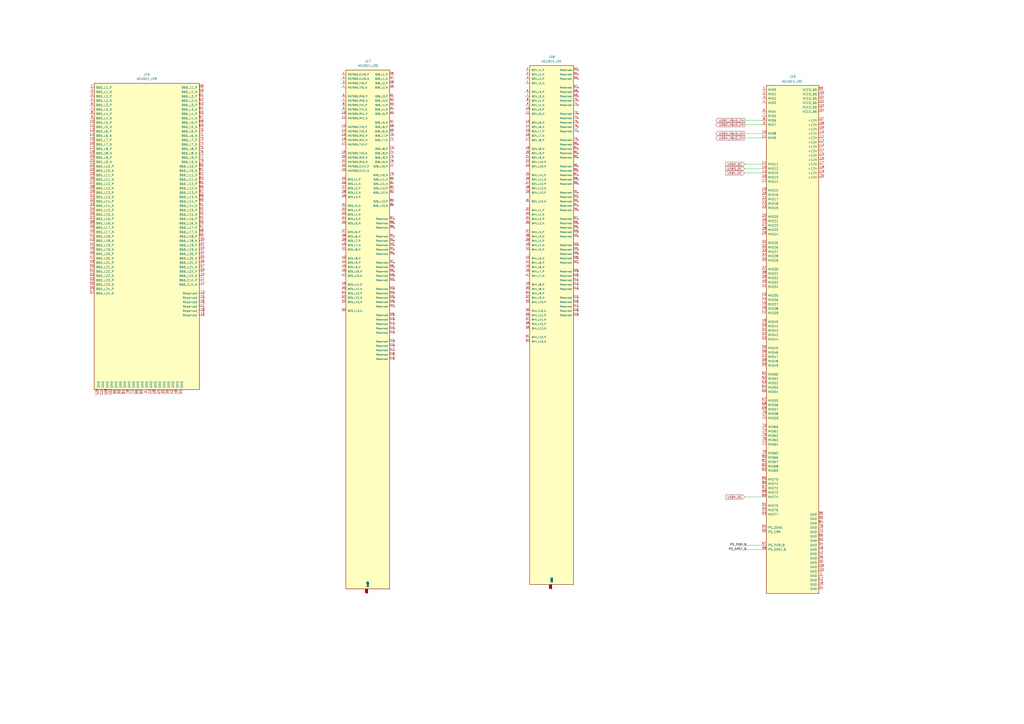
<source format=kicad_sch>
(kicad_sch (version 20250114) (generator "eeschema") (generator_version "9.0")
  (paper "A2")
  (lib_symbols
    (symbol "fcBoard:ACU5EV_J29_BANK65_66" (pin_names (offset 1.016))
      (property "Reference" "J" (at 0 93.98 0))
      (property "Value" "ACU5EV_J29" (at 0 91.44 0))
      (symbol "ACU5EV_J29_BANK65_66_0_1"
        (rectangle (start -30.48 88.9) (end 30.48 -88.9) (stroke (width 0.254)) (fill (type background)))
      )
      (symbol "ACU5EV_J29_BANK65_66_1_1"
        (pin bidirectional line (at -33.02 86.36 0) (length 2.54) (name "B65_L1_P") (number "1"))
        (pin bidirectional line (at -33.02 83.82 0) (length 2.54) (name "B65_L1_N") (number "2"))
        (pin bidirectional line (at -33.02 81.28 0) (length 2.54) (name "B65_L2_P") (number "3"))
        (pin bidirectional line (at -33.02 78.74 0) (length 2.54) (name "B65_L2_N") (number "4"))
        (pin bidirectional line (at -33.02 76.2 0) (length 2.54) (name "B65_L3_P") (number "6"))
        (pin bidirectional line (at -33.02 73.66 0) (length 2.54) (name "B65_L3_N") (number "7"))
        (pin bidirectional line (at -33.02 71.12 0) (length 2.54) (name "B65_L4_P") (number "8"))
        (pin bidirectional line (at -33.02 68.58 0) (length 2.54) (name "B65_L4_N") (number "9"))
        (pin bidirectional line (at -33.02 66.04 0) (length 2.54) (name "B65_L5_P") (number "10"))
        (pin bidirectional line (at -33.02 63.5 0) (length 2.54) (name "B65_L5_N") (number "11"))
        (pin bidirectional line (at -33.02 60.96 0) (length 2.54) (name "B65_L6_P") (number "13"))
        (pin bidirectional line (at -33.02 58.42 0) (length 2.54) (name "B65_L6_N") (number "14"))
        (pin bidirectional line (at -33.02 55.88 0) (length 2.54) (name "B65_L7_P") (number "15"))
        (pin bidirectional line (at -33.02 53.34 0) (length 2.54) (name "B65_L7_N") (number "16"))
        (pin bidirectional line (at -33.02 50.8 0) (length 2.54) (name "B65_L8_P") (number "17"))
        (pin bidirectional line (at -33.02 48.26 0) (length 2.54) (name "B65_L8_N") (number "19"))
        (pin bidirectional line (at -33.02 45.72 0) (length 2.54) (name "B65_L9_P") (number "20"))
        (pin bidirectional line (at -33.02 43.18 0) (length 2.54) (name "B65_L9_N") (number "21"))
        (pin bidirectional line (at -33.02 40.64 0) (length 2.54) (name "B65_L10_P") (number "22"))
        (pin bidirectional line (at -33.02 38.1 0) (length 2.54) (name "B65_L10_N") (number "23"))
        (pin bidirectional line (at -33.02 35.56 0) (length 2.54) (name "B65_L11_P") (number "25"))
        (pin bidirectional line (at -33.02 33.02 0) (length 2.54) (name "B65_L11_N") (number "26"))
        (pin bidirectional line (at -33.02 30.48 0) (length 2.54) (name "B65_L12_P") (number "27"))
        (pin bidirectional line (at -33.02 27.94 0) (length 2.54) (name "B65_L12_N") (number "28"))
        (pin bidirectional line (at -33.02 25.4 0) (length 2.54) (name "B65_L13_P") (number "29"))
        (pin bidirectional line (at -33.02 22.86 0) (length 2.54) (name "B65_L13_N") (number "31"))
        (pin bidirectional line (at -33.02 20.32 0) (length 2.54) (name "B65_L14_P") (number "32"))
        (pin bidirectional line (at -33.02 17.78 0) (length 2.54) (name "B65_L14_N") (number "33"))
        (pin bidirectional line (at -33.02 15.24 0) (length 2.54) (name "B65_L15_P") (number "34"))
        (pin bidirectional line (at -33.02 12.7 0) (length 2.54) (name "B65_L15_N") (number "35"))
        (pin bidirectional line (at -33.02 10.16 0) (length 2.54) (name "B65_L16_P") (number "37"))
        (pin bidirectional line (at -33.02 7.62 0) (length 2.54) (name "B65_L16_N") (number "38"))
        (pin bidirectional line (at -33.02 5.08 0) (length 2.54) (name "B65_L17_P") (number "39"))
        (pin bidirectional line (at -33.02 2.54 0) (length 2.54) (name "B65_L17_N") (number "40"))
        (pin bidirectional line (at -33.02 0 0) (length 2.54) (name "B65_L18_P") (number "41"))
        (pin bidirectional line (at -33.02 -2.54 0) (length 2.54) (name "B65_L18_N") (number "43"))
        (pin bidirectional line (at -33.02 -5.08 0) (length 2.54) (name "B65_L19_P") (number "44"))
        (pin bidirectional line (at -33.02 -7.62 0) (length 2.54) (name "B65_L19_N") (number "45"))
        (pin bidirectional line (at -33.02 -10.16 0) (length 2.54) (name "B65_L20_P") (number "46"))
        (pin bidirectional line (at -33.02 -12.7 0) (length 2.54) (name "B65_L20_N") (number "47"))
        (pin bidirectional line (at -33.02 -15.24 0) (length 2.54) (name "B65_L21_P") (number "49"))
        (pin bidirectional line (at -33.02 -17.78 0) (length 2.54) (name "B65_L21_N") (number "50"))
        (pin bidirectional line (at -33.02 -20.32 0) (length 2.54) (name "B65_L22_P") (number "51"))
        (pin bidirectional line (at -33.02 -22.86 0) (length 2.54) (name "B65_L22_N") (number "52"))
        (pin bidirectional line (at -33.02 -25.4 0) (length 2.54) (name "B65_L23_P") (number "53"))
        (pin bidirectional line (at -33.02 -27.94 0) (length 2.54) (name "B65_L23_N") (number "55"))
        (pin bidirectional line (at -33.02 -30.48 0) (length 2.54) (name "B65_L24_P") (number "56"))
        (pin bidirectional line (at -33.02 -33.02 0) (length 2.54) (name "B65_L24_N") (number "57"))
        (pin power_in line (at -27.94 -91.44 90) (length 2.54) (name "GND") (number "120"))
        (pin power_in line (at -25.4 -91.44 90) (length 2.54) (name "GND") (number "114"))
        (pin power_in line (at -22.86 -91.44 90) (length 2.54) (name "GND") (number "108"))
        (pin power_in line (at -20.32 -91.44 90) (length 2.54) (name "GND") (number "102"))
        (pin power_in line (at -17.78 -91.44 90) (length 2.54) (name "GND") (number "96"))
        (pin power_in line (at -15.24 -91.44 90) (length 2.54) (name "GND") (number "90"))
        (pin power_in line (at -12.7 -91.44 90) (length 2.54) (name "GND") (number "84"))
        (pin power_in line (at -10.16 -91.44 90) (length 2.54) (name "GND") (number "78"))
        (pin power_in line (at -7.62 -91.44 90) (length 2.54) (name "GND") (number "72"))
        (pin power_in line (at -5.08 -91.44 90) (length 2.54) (name "GND") (number "66"))
        (pin power_in line (at -2.54 -91.44 90) (length 2.54) (name "GND") (number "60"))
        (pin power_in line (at 0 -91.44 90) (length 2.54) (name "GND") (number "5"))
        (pin power_in line (at 2.54 -91.44 90) (length 2.54) (name "GND") (number "12"))
        (pin power_in line (at 5.08 -91.44 90) (length 2.54) (name "GND") (number "18"))
        (pin power_in line (at 7.62 -91.44 90) (length 2.54) (name "GND") (number "24"))
        (pin power_in line (at 10.16 -91.44 90) (length 2.54) (name "GND") (number "30"))
        (pin power_in line (at 12.7 -91.44 90) (length 2.54) (name "GND") (number "36"))
        (pin power_in line (at 15.24 -91.44 90) (length 2.54) (name "GND") (number "42"))
        (pin power_in line (at 17.78 -91.44 90) (length 2.54) (name "GND") (number "48"))
        (pin power_in line (at 20.32 -91.44 90) (length 2.54) (name "GND") (number "54"))
        (pin bidirectional line (at 33.02 86.36 180) (length 2.54) (name "B66_L1_P") (number "58"))
        (pin bidirectional line (at 33.02 83.82 180) (length 2.54) (name "B66_L1_N") (number "59"))
        (pin bidirectional line (at 33.02 81.28 180) (length 2.54) (name "B66_L2_P") (number "61"))
        (pin bidirectional line (at 33.02 78.74 180) (length 2.54) (name "B66_L2_N") (number "62"))
        (pin bidirectional line (at 33.02 76.2 180) (length 2.54) (name "B66_L3_P") (number "63"))
        (pin bidirectional line (at 33.02 73.66 180) (length 2.54) (name "B66_L3_N") (number "64"))
        (pin bidirectional line (at 33.02 71.12 180) (length 2.54) (name "B66_L4_P") (number "65"))
        (pin bidirectional line (at 33.02 68.58 180) (length 2.54) (name "B66_L4_N") (number "67"))
        (pin bidirectional line (at 33.02 66.04 180) (length 2.54) (name "B66_L5_P") (number "68"))
        (pin bidirectional line (at 33.02 63.5 180) (length 2.54) (name "B66_L5_N") (number "69"))
        (pin bidirectional line (at 33.02 60.96 180) (length 2.54) (name "B66_L6_P") (number "70"))
        (pin bidirectional line (at 33.02 58.42 180) (length 2.54) (name "B66_L6_N") (number "71"))
        (pin bidirectional line (at 33.02 55.88 180) (length 2.54) (name "B66_L7_P") (number "73"))
        (pin bidirectional line (at 33.02 53.34 180) (length 2.54) (name "B66_L7_N") (number "74"))
        (pin bidirectional line (at 33.02 50.8 180) (length 2.54) (name "B66_L8_P") (number "75"))
        (pin bidirectional line (at 33.02 48.26 180) (length 2.54) (name "B66_L8_N") (number "76"))
        (pin bidirectional line (at 33.02 45.72 180) (length 2.54) (name "B66_L9_P") (number "77"))
        (pin bidirectional line (at 33.02 43.18 180) (length 2.54) (name "B66_L9_N") (number "79"))
        (pin bidirectional line (at 33.02 40.64 180) (length 2.54) (name "B66_L10_P") (number "80"))
        (pin bidirectional line (at 33.02 38.1 180) (length 2.54) (name "B66_L10_N") (number "81"))
        (pin bidirectional line (at 33.02 35.56 180) (length 2.54) (name "B66_L11_P") (number "82"))
        (pin bidirectional line (at 33.02 33.02 180) (length 2.54) (name "B66_L11_N") (number "83"))
        (pin bidirectional line (at 33.02 30.48 180) (length 2.54) (name "B66_L12_P") (number "85"))
        (pin bidirectional line (at 33.02 27.94 180) (length 2.54) (name "B66_L12_N") (number "86"))
        (pin bidirectional line (at 33.02 25.4 180) (length 2.54) (name "B66_L13_P") (number "87"))
        (pin bidirectional line (at 33.02 22.86 180) (length 2.54) (name "B66_L13_N") (number "88"))
        (pin bidirectional line (at 33.02 20.32 180) (length 2.54) (name "B66_L14_P") (number "89"))
        (pin bidirectional line (at 33.02 17.78 180) (length 2.54) (name "B66_L14_N") (number "91"))
        (pin bidirectional line (at 33.02 15.24 180) (length 2.54) (name "B66_L15_P") (number "92"))
        (pin bidirectional line (at 33.02 12.7 180) (length 2.54) (name "B66_L15_N") (number "93"))
        (pin bidirectional line (at 33.02 10.16 180) (length 2.54) (name "B66_L16_P") (number "94"))
        (pin bidirectional line (at 33.02 7.62 180) (length 2.54) (name "B66_L16_N") (number "95"))
        (pin bidirectional line (at 33.02 5.08 180) (length 2.54) (name "B66_L17_P") (number "97"))
        (pin bidirectional line (at 33.02 2.54 180) (length 2.54) (name "B66_L17_N") (number "98"))
        (pin bidirectional line (at 33.02 0 180) (length 2.54) (name "B66_L18_P") (number "99"))
        (pin bidirectional line (at 33.02 -2.54 180) (length 2.54) (name "B66_L18_N") (number "100"))
        (pin bidirectional line (at 33.02 -5.08 180) (length 2.54) (name "B66_L19_P") (number "101"))
        (pin bidirectional line (at 33.02 -7.62 180) (length 2.54) (name "B66_L19_N") (number "103"))
        (pin bidirectional line (at 33.02 -10.16 180) (length 2.54) (name "B66_L20_P") (number "104"))
        (pin bidirectional line (at 33.02 -12.7 180) (length 2.54) (name "B66_L20_N") (number "105"))
        (pin bidirectional line (at 33.02 -15.24 180) (length 2.54) (name "B66_L21_P") (number "106"))
        (pin bidirectional line (at 33.02 -17.78 180) (length 2.54) (name "B66_L21_N") (number "107"))
        (pin bidirectional line (at 33.02 -20.32 180) (length 2.54) (name "B66_L22_P") (number "109"))
        (pin bidirectional line (at 33.02 -22.86 180) (length 2.54) (name "B66_L22_N") (number "110"))
        (pin input line (at 33.02 -25.4 180) (length 2.54) (name "B66_CLK_P") (number "111"))
        (pin input line (at 33.02 -27.94 180) (length 2.54) (name "B66_CLK_N") (number "112"))
        (pin no_connect line (at 33.02 -33.02 180) (length 2.54) (name "Reserved") (number "113"))
        (pin no_connect line (at 33.02 -35.56 180) (length 2.54) (name "Reserved") (number "115"))
        (pin no_connect line (at 33.02 -38.1 180) (length 2.54) (name "Reserved") (number "116"))
        (pin no_connect line (at 33.02 -40.64 180) (length 2.54) (name "Reserved") (number "117"))
        (pin no_connect line (at 33.02 -43.18 180) (length 2.54) (name "Reserved") (number "118"))
        (pin no_connect line (at 33.02 -45.72 180) (length 2.54) (name "Reserved") (number "119"))
      )
    )
    (symbol "fcBoard:ACU5EV_J30_BANK25_26_MGT" (pin_names (offset 1.016))
      (property "Reference" "J" (at 0 152.4 0))
      (property "Value" "ACU5EV_J30" (at 0 149.86 0))
      (symbol "ACU5EV_J30_BANK25_26_MGT_0_1"
        (rectangle (start -12.7 148.59) (end 12.7 -152.4) (stroke (width 0.254)) (fill (type background)))
      )
      (symbol "ACU5EV_J30_BANK25_26_MGT_1_1"
        (pin bidirectional line (at -15.24 146.05 0) (length 2.54) (name "MGT505_CLK0_P") (number "1"))
        (pin bidirectional line (at -15.24 143.51 0) (length 2.54) (name "MGT505_CLK0_N") (number "2"))
        (pin bidirectional line (at -15.24 140.97 0) (length 2.54) (name "MGT505_TX0_P") (number "3"))
        (pin bidirectional line (at -15.24 138.43 0) (length 2.54) (name "MGT505_TX0_N") (number "4"))
        (pin bidirectional line (at -15.24 133.35 0) (length 2.54) (name "MGT505_RX0_P") (number "6"))
        (pin bidirectional line (at -15.24 130.81 0) (length 2.54) (name "MGT505_RX0_N") (number "7"))
        (pin bidirectional line (at -15.24 128.27 0) (length 2.54) (name "MGT505_TX1_P") (number "8"))
        (pin bidirectional line (at -15.24 125.73 0) (length 2.54) (name "MGT505_TX1_N") (number "9"))
        (pin bidirectional line (at -15.24 123.19 0) (length 2.54) (name "MGT505_RX1_P") (number "10"))
        (pin bidirectional line (at -15.24 120.65 0) (length 2.54) (name "MGT505_RX1_N") (number "11"))
        (pin bidirectional line (at -15.24 115.57 0) (length 2.54) (name "MGT505_TX2_P") (number "13"))
        (pin bidirectional line (at -15.24 113.03 0) (length 2.54) (name "MGT505_TX2_N") (number "14"))
        (pin bidirectional line (at -15.24 110.49 0) (length 2.54) (name "MGT505_RX2_P") (number "15"))
        (pin bidirectional line (at -15.24 107.95 0) (length 2.54) (name "MGT505_RX2_N") (number "16"))
        (pin bidirectional line (at -15.24 105.41 0) (length 2.54) (name "MGT505_TX3_P") (number "17"))
        (pin bidirectional line (at -15.24 100.33 0) (length 2.54) (name "MGT505_TX3_N") (number "19"))
        (pin bidirectional line (at -15.24 97.79 0) (length 2.54) (name "MGT505_RX3_P") (number "20"))
        (pin bidirectional line (at -15.24 95.25 0) (length 2.54) (name "MGT505_RX3_N") (number "21"))
        (pin bidirectional line (at -15.24 92.71 0) (length 2.54) (name "MGT505_CLK1_P") (number "22"))
        (pin bidirectional line (at -15.24 90.17 0) (length 2.54) (name "MGT505_CLK1_N") (number "23"))
        (pin bidirectional line (at -15.24 85.09 0) (length 2.54) (name "B25_L1_P") (number "25"))
        (pin bidirectional line (at -15.24 82.55 0) (length 2.54) (name "B25_L1_N") (number "26"))
        (pin bidirectional line (at -15.24 80.01 0) (length 2.54) (name "B25_L2_P") (number "27"))
        (pin bidirectional line (at -15.24 77.47 0) (length 2.54) (name "B25_L2_N") (number "28"))
        (pin bidirectional line (at -15.24 74.93 0) (length 2.54) (name "B25_L3_P") (number "29"))
        (pin bidirectional line (at -15.24 69.85 0) (length 2.54) (name "B25_L3_N") (number "31"))
        (pin bidirectional line (at -15.24 67.31 0) (length 2.54) (name "B25_L4_P") (number "32"))
        (pin bidirectional line (at -15.24 64.77 0) (length 2.54) (name "B25_L4_N") (number "33"))
        (pin bidirectional line (at -15.24 62.23 0) (length 2.54) (name "B25_L5_P") (number "34"))
        (pin bidirectional line (at -15.24 59.69 0) (length 2.54) (name "B25_L5_N") (number "35"))
        (pin bidirectional line (at -15.24 54.61 0) (length 2.54) (name "B25_L6_P") (number "37"))
        (pin bidirectional line (at -15.24 52.07 0) (length 2.54) (name "B25_L6_N") (number "38"))
        (pin bidirectional line (at -15.24 49.53 0) (length 2.54) (name "B25_L7_P") (number "39"))
        (pin bidirectional line (at -15.24 46.99 0) (length 2.54) (name "B25_L7_N") (number "40"))
        (pin bidirectional line (at -15.24 44.45 0) (length 2.54) (name "B25_L8_P") (number "41"))
        (pin bidirectional line (at -15.24 39.37 0) (length 2.54) (name "B25_L8_N") (number "43"))
        (pin bidirectional line (at -15.24 36.83 0) (length 2.54) (name "B25_L9_P") (number "44"))
        (pin bidirectional line (at -15.24 34.29 0) (length 2.54) (name "B25_L9_N") (number "45"))
        (pin bidirectional line (at -15.24 31.75 0) (length 2.54) (name "B25_L10_P") (number "46"))
        (pin bidirectional line (at -15.24 29.21 0) (length 2.54) (name "B25_L10_N") (number "47"))
        (pin bidirectional line (at -15.24 24.13 0) (length 2.54) (name "B25_L11_P") (number "49"))
        (pin bidirectional line (at -15.24 21.59 0) (length 2.54) (name "B25_L11_N") (number "50"))
        (pin bidirectional line (at -15.24 19.05 0) (length 2.54) (name "B25_L12_P") (number "51"))
        (pin bidirectional line (at -15.24 16.51 0) (length 2.54) (name "B25_L12_N") (number "52"))
        (pin bidirectional line (at -15.24 13.97 0) (length 2.54) (name "B25_L13_P") (number "53"))
        (pin bidirectional line (at -15.24 8.89 0) (length 2.54) (name "B25_L13_N") (number "55"))
        (pin power_in line (at 0 -154.94 90) (length 2.54) (name "GND") (number "102"))
        (pin power_in line (at 0 -154.94 90) (length 2.54) (name "GND") (number "108"))
        (pin power_in line (at 0 -154.94 90) (length 2.54) (name "GND") (number "114"))
        (pin power_in line (at 0 -154.94 90) (length 2.54) (name "GND") (number "12"))
        (pin power_in line (at 0 -154.94 90) (length 2.54) (name "GND") (number "120"))
        (pin power_in line (at 0 -154.94 90) (length 2.54) (name "GND") (number "18"))
        (pin power_in line (at 0 -154.94 90) (length 2.54) (name "GND") (number "24"))
        (pin power_in line (at 0 -154.94 90) (length 2.54) (name "GND") (number "30"))
        (pin power_in line (at 0 -154.94 90) (length 2.54) (name "GND") (number "36"))
        (pin power_in line (at 0 -154.94 90) (length 2.54) (name "GND") (number "42"))
        (pin power_in line (at 0 -154.94 90) (length 2.54) (name "GND") (number "48"))
        (pin power_in line (at 0 -154.94 90) (length 2.54) (name "GND") (number "5"))
        (pin power_in line (at 0 -154.94 90) (length 2.54) (name "GND") (number "54"))
        (pin power_in line (at 0 -154.94 90) (length 2.54) (name "GND") (number "60"))
        (pin power_in line (at 0 -154.94 90) (length 2.54) (name "GND") (number "66"))
        (pin power_in line (at 0 -154.94 90) (length 2.54) (name "GND") (number "72"))
        (pin power_in line (at 0 -154.94 90) (length 2.54) (name "GND") (number "78"))
        (pin power_in line (at 0 -154.94 90) (length 2.54) (name "GND") (number "84"))
        (pin power_in line (at 0 -154.94 90) (length 2.54) (name "GND") (number "90"))
        (pin power_in line (at 0 -154.94 90) (length 2.54) (name "GND") (number "96"))
        (pin bidirectional line (at 15.24 146.05 180) (length 2.54) (name "B26_L1_P") (number "56"))
        (pin bidirectional line (at 15.24 143.51 180) (length 2.54) (name "B26_L1_N") (number "57"))
        (pin bidirectional line (at 15.24 140.97 180) (length 2.54) (name "B26_L2_P") (number "58"))
        (pin bidirectional line (at 15.24 138.43 180) (length 2.54) (name "B26_L2_N") (number "59"))
        (pin bidirectional line (at 15.24 133.35 180) (length 2.54) (name "B26_L3_P") (number "61"))
        (pin bidirectional line (at 15.24 130.81 180) (length 2.54) (name "B26_L3_N") (number "62"))
        (pin bidirectional line (at 15.24 128.27 180) (length 2.54) (name "B26_L4_P") (number "63"))
        (pin bidirectional line (at 15.24 125.73 180) (length 2.54) (name "B26_L4_N") (number "64"))
        (pin bidirectional line (at 15.24 123.19 180) (length 2.54) (name "B26_L5_P") (number "65"))
        (pin bidirectional line (at 15.24 118.11 180) (length 2.54) (name "B26_L5_N") (number "67"))
        (pin bidirectional line (at 15.24 115.57 180) (length 2.54) (name "B26_L6_P") (number "68"))
        (pin bidirectional line (at 15.24 113.03 180) (length 2.54) (name "B26_L6_N") (number "69"))
        (pin bidirectional line (at 15.24 110.49 180) (length 2.54) (name "B26_L7_P") (number "70"))
        (pin bidirectional line (at 15.24 107.95 180) (length 2.54) (name "B26_L7_N") (number "71"))
        (pin bidirectional line (at 15.24 102.87 180) (length 2.54) (name "B26_L8_P") (number "73"))
        (pin bidirectional line (at 15.24 100.33 180) (length 2.54) (name "B26_L8_N") (number "74"))
        (pin bidirectional line (at 15.24 97.79 180) (length 2.54) (name "B26_L9_P") (number "75"))
        (pin bidirectional line (at 15.24 95.25 180) (length 2.54) (name "B26_L9_N") (number "76"))
        (pin bidirectional line (at 15.24 92.71 180) (length 2.54) (name "B26_L10_P") (number "77"))
        (pin bidirectional line (at 15.24 87.63 180) (length 2.54) (name "B26_L10_N") (number "79"))
        (pin bidirectional line (at 15.24 85.09 180) (length 2.54) (name "B26_L11_P") (number "80"))
        (pin bidirectional line (at 15.24 82.55 180) (length 2.54) (name "B26_L11_N") (number "81"))
        (pin bidirectional line (at 15.24 80.01 180) (length 2.54) (name "B26_L12_P") (number "82"))
        (pin bidirectional line (at 15.24 77.47 180) (length 2.54) (name "B26_L12_N") (number "83"))
        (pin bidirectional line (at 15.24 72.39 180) (length 2.54) (name "B26_L13_P") (number "85"))
        (pin bidirectional line (at 15.24 69.85 180) (length 2.54) (name "B26_L13_N") (number "86"))
        (pin no_connect line (at 15.24 62.23 180) (length 2.54) (name "Reserved") (number "87"))
        (pin no_connect line (at 15.24 59.69 180) (length 2.54) (name "Reserved") (number "88"))
        (pin no_connect line (at 15.24 57.15 180) (length 2.54) (name "Reserved") (number "89"))
        (pin no_connect line (at 15.24 52.07 180) (length 2.54) (name "Reserved") (number "91"))
        (pin no_connect line (at 15.24 49.53 180) (length 2.54) (name "Reserved") (number "92"))
        (pin no_connect line (at 15.24 46.99 180) (length 2.54) (name "Reserved") (number "93"))
        (pin no_connect line (at 15.24 44.45 180) (length 2.54) (name "Reserved") (number "94"))
        (pin no_connect line (at 15.24 41.91 180) (length 2.54) (name "Reserved") (number "95"))
        (pin no_connect line (at 15.24 36.83 180) (length 2.54) (name "Reserved") (number "97"))
        (pin no_connect line (at 15.24 34.29 180) (length 2.54) (name "Reserved") (number "98"))
        (pin no_connect line (at 15.24 31.75 180) (length 2.54) (name "Reserved") (number "99"))
        (pin no_connect line (at 15.24 29.21 180) (length 2.54) (name "Reserved") (number "100"))
        (pin no_connect line (at 15.24 26.67 180) (length 2.54) (name "Reserved") (number "101"))
        (pin no_connect line (at 15.24 21.59 180) (length 2.54) (name "Reserved") (number "103"))
        (pin no_connect line (at 15.24 19.05 180) (length 2.54) (name "Reserved") (number "104"))
        (pin no_connect line (at 15.24 16.51 180) (length 2.54) (name "Reserved") (number "105"))
        (pin no_connect line (at 15.24 13.97 180) (length 2.54) (name "Reserved") (number "106"))
        (pin no_connect line (at 15.24 11.43 180) (length 2.54) (name "Reserved") (number "107"))
        (pin no_connect line (at 15.24 6.35 180) (length 2.54) (name "Reserved") (number "109"))
        (pin no_connect line (at 15.24 3.81 180) (length 2.54) (name "Reserved") (number "110"))
        (pin no_connect line (at 15.24 1.27 180) (length 2.54) (name "Reserved") (number "111"))
        (pin no_connect line (at 15.24 -1.27 180) (length 2.54) (name "Reserved") (number "112"))
        (pin no_connect line (at 15.24 -3.81 180) (length 2.54) (name "Reserved") (number "113"))
        (pin no_connect line (at 15.24 -8.89 180) (length 2.54) (name "Reserved") (number "115"))
        (pin no_connect line (at 15.24 -11.43 180) (length 2.54) (name "Reserved") (number "116"))
        (pin no_connect line (at 15.24 -13.97 180) (length 2.54) (name "Reserved") (number "117"))
        (pin no_connect line (at 15.24 -16.51 180) (length 2.54) (name "Reserved") (number "118"))
        (pin no_connect line (at 15.24 -19.05 180) (length 2.54) (name "Reserved") (number "119"))
      )
    )
    (symbol "fcBoard:ACU5EV_J31_BANK24_44" (pin_names (offset 1.016))
      (property "Reference" "J" (at 0 152.4 0))
      (property "Value" "ACU5EV_J31" (at 0 149.86 0))
      (symbol "ACU5EV_J31_BANK24_44_0_1"
        (rectangle (start -12.7 148.59) (end 12.7 -152.4) (stroke (width 0.254)) (fill (type background)))
      )
      (symbol "ACU5EV_J31_BANK24_44_1_1"
        (pin bidirectional line (at -15.24 146.05 0) (length 2.54) (name "B24_L1_P") (number "1"))
        (pin bidirectional line (at -15.24 143.51 0) (length 2.54) (name "B24_L1_N") (number "2"))
        (pin bidirectional line (at -15.24 140.97 0) (length 2.54) (name "B24_L2_P") (number "3"))
        (pin bidirectional line (at -15.24 138.43 0) (length 2.54) (name "B24_L2_N") (number "4"))
        (pin bidirectional line (at -15.24 133.35 0) (length 2.54) (name "B24_L3_P") (number "6"))
        (pin bidirectional line (at -15.24 130.81 0) (length 2.54) (name "B24_L3_N") (number "7"))
        (pin bidirectional line (at -15.24 128.27 0) (length 2.54) (name "B24_L4_P") (number "8"))
        (pin bidirectional line (at -15.24 125.73 0) (length 2.54) (name "B24_L4_N") (number "9"))
        (pin bidirectional line (at -15.24 123.19 0) (length 2.54) (name "B24_L5_P") (number "10"))
        (pin bidirectional line (at -15.24 120.65 0) (length 2.54) (name "B24_L5_N") (number "11"))
        (pin bidirectional line (at -15.24 115.57 0) (length 2.54) (name "B24_L6_P") (number "13"))
        (pin bidirectional line (at -15.24 113.03 0) (length 2.54) (name "B24_L6_N") (number "14"))
        (pin bidirectional line (at -15.24 110.49 0) (length 2.54) (name "B24_L7_P") (number "15"))
        (pin bidirectional line (at -15.24 107.95 0) (length 2.54) (name "B24_L7_N") (number "16"))
        (pin bidirectional line (at -15.24 105.41 0) (length 2.54) (name "B24_L8_P") (number "17"))
        (pin bidirectional line (at -15.24 100.33 0) (length 2.54) (name "B24_L8_N") (number "19"))
        (pin bidirectional line (at -15.24 97.79 0) (length 2.54) (name "B24_L9_P") (number "20"))
        (pin bidirectional line (at -15.24 95.25 0) (length 2.54) (name "B24_L9_N") (number "21"))
        (pin bidirectional line (at -15.24 92.71 0) (length 2.54) (name "B24_L10_P") (number "22"))
        (pin bidirectional line (at -15.24 90.17 0) (length 2.54) (name "B24_L10_N") (number "23"))
        (pin bidirectional line (at -15.24 85.09 0) (length 2.54) (name "B24_L11_P") (number "25"))
        (pin bidirectional line (at -15.24 82.55 0) (length 2.54) (name "B24_L11_N") (number "26"))
        (pin bidirectional line (at -15.24 80.01 0) (length 2.54) (name "B24_L12_P") (number "27"))
        (pin bidirectional line (at -15.24 77.47 0) (length 2.54) (name "B24_L12_N") (number "28"))
        (pin bidirectional line (at -15.24 74.93 0) (length 2.54) (name "B24_L13_P") (number "29"))
        (pin bidirectional line (at -15.24 69.85 0) (length 2.54) (name "B24_L13_N") (number "31"))
        (pin bidirectional line (at -15.24 64.77 0) (length 2.54) (name "B44_L1_P") (number "32"))
        (pin bidirectional line (at -15.24 62.23 0) (length 2.54) (name "B44_L1_N") (number "33"))
        (pin bidirectional line (at -15.24 59.69 0) (length 2.54) (name "B44_L2_P") (number "34"))
        (pin bidirectional line (at -15.24 57.15 0) (length 2.54) (name "B44_L2_N") (number "35"))
        (pin bidirectional line (at -15.24 52.07 0) (length 2.54) (name "B44_L3_P") (number "37"))
        (pin bidirectional line (at -15.24 49.53 0) (length 2.54) (name "B44_L3_N") (number "38"))
        (pin bidirectional line (at -15.24 46.99 0) (length 2.54) (name "B44_L4_P") (number "39"))
        (pin bidirectional line (at -15.24 44.45 0) (length 2.54) (name "B44_L4_N") (number "40"))
        (pin bidirectional line (at -15.24 41.91 0) (length 2.54) (name "B44_L5_P") (number "41"))
        (pin bidirectional line (at -15.24 36.83 0) (length 2.54) (name "B44_L5_N") (number "43"))
        (pin bidirectional line (at -15.24 34.29 0) (length 2.54) (name "B44_L6_P") (number "44"))
        (pin bidirectional line (at -15.24 31.75 0) (length 2.54) (name "B44_L6_N") (number "45"))
        (pin bidirectional line (at -15.24 29.21 0) (length 2.54) (name "B44_L7_P") (number "46"))
        (pin bidirectional line (at -15.24 26.67 0) (length 2.54) (name "B44_L7_N") (number "47"))
        (pin bidirectional line (at -15.24 21.59 0) (length 2.54) (name "B44_L8_P") (number "49"))
        (pin bidirectional line (at -15.24 19.05 0) (length 2.54) (name "B44_L8_N") (number "50"))
        (pin bidirectional line (at -15.24 16.51 0) (length 2.54) (name "B44_L9_P") (number "51"))
        (pin bidirectional line (at -15.24 13.97 0) (length 2.54) (name "B44_L9_N") (number "52"))
        (pin bidirectional line (at -15.24 11.43 0) (length 2.54) (name "B44_L10_P") (number "53"))
        (pin bidirectional line (at -15.24 6.35 0) (length 2.54) (name "B44_L10_N") (number "55"))
        (pin bidirectional line (at -15.24 3.81 0) (length 2.54) (name "B44_L11_P") (number "56"))
        (pin bidirectional line (at -15.24 1.27 0) (length 2.54) (name "B44_L11_N") (number "57"))
        (pin bidirectional line (at -15.24 -1.27 0) (length 2.54) (name "B44_L12_P") (number "58"))
        (pin bidirectional line (at -15.24 -3.81 0) (length 2.54) (name "B44_L12_N") (number "59"))
        (pin bidirectional line (at -15.24 -8.89 0) (length 2.54) (name "B44_L13_P") (number "61"))
        (pin bidirectional line (at -15.24 -11.43 0) (length 2.54) (name "B44_L13_N") (number "62"))
        (pin power_in line (at 0 -154.94 90) (length 2.54) (name "GND") (number "102"))
        (pin power_in line (at 0 -154.94 90) (length 2.54) (name "GND") (number "108"))
        (pin power_in line (at 0 -154.94 90) (length 2.54) (name "GND") (number "114"))
        (pin power_in line (at 0 -154.94 90) (length 2.54) (name "GND") (number "12"))
        (pin power_in line (at 0 -154.94 90) (length 2.54) (name "GND") (number "120"))
        (pin power_in line (at 0 -154.94 90) (length 2.54) (name "GND") (number "18"))
        (pin power_in line (at 0 -154.94 90) (length 2.54) (name "GND") (number "24"))
        (pin power_in line (at 0 -154.94 90) (length 2.54) (name "GND") (number "30"))
        (pin power_in line (at 0 -154.94 90) (length 2.54) (name "GND") (number "36"))
        (pin power_in line (at 0 -154.94 90) (length 2.54) (name "GND") (number "42"))
        (pin power_in line (at 0 -154.94 90) (length 2.54) (name "GND") (number "48"))
        (pin power_in line (at 0 -154.94 90) (length 2.54) (name "GND") (number "5"))
        (pin power_in line (at 0 -154.94 90) (length 2.54) (name "GND") (number "54"))
        (pin power_in line (at 0 -154.94 90) (length 2.54) (name "GND") (number "60"))
        (pin power_in line (at 0 -154.94 90) (length 2.54) (name "GND") (number "66"))
        (pin power_in line (at 0 -154.94 90) (length 2.54) (name "GND") (number "72"))
        (pin power_in line (at 0 -154.94 90) (length 2.54) (name "GND") (number "78"))
        (pin power_in line (at 0 -154.94 90) (length 2.54) (name "GND") (number "84"))
        (pin power_in line (at 0 -154.94 90) (length 2.54) (name "GND") (number "90"))
        (pin power_in line (at 0 -154.94 90) (length 2.54) (name "GND") (number "96"))
        (pin no_connect line (at 15.24 146.05 180) (length 2.54) (name "Reserved") (number "63"))
        (pin no_connect line (at 15.24 143.51 180) (length 2.54) (name "Reserved") (number "64"))
        (pin no_connect line (at 15.24 140.97 180) (length 2.54) (name "Reserved") (number "65"))
        (pin no_connect line (at 15.24 135.89 180) (length 2.54) (name "Reserved") (number "67"))
        (pin no_connect line (at 15.24 133.35 180) (length 2.54) (name "Reserved") (number "68"))
        (pin no_connect line (at 15.24 130.81 180) (length 2.54) (name "Reserved") (number "69"))
        (pin no_connect line (at 15.24 128.27 180) (length 2.54) (name "Reserved") (number "70"))
        (pin no_connect line (at 15.24 125.73 180) (length 2.54) (name "Reserved") (number "71"))
        (pin no_connect line (at 15.24 120.65 180) (length 2.54) (name "Reserved") (number "73"))
        (pin no_connect line (at 15.24 118.11 180) (length 2.54) (name "Reserved") (number "74"))
        (pin no_connect line (at 15.24 115.57 180) (length 2.54) (name "Reserved") (number "75"))
        (pin no_connect line (at 15.24 113.03 180) (length 2.54) (name "Reserved") (number "76"))
        (pin no_connect line (at 15.24 110.49 180) (length 2.54) (name "Reserved") (number "77"))
        (pin no_connect line (at 15.24 105.41 180) (length 2.54) (name "Reserved") (number "79"))
        (pin no_connect line (at 15.24 102.87 180) (length 2.54) (name "Reserved") (number "80"))
        (pin no_connect line (at 15.24 100.33 180) (length 2.54) (name "Reserved") (number "81"))
        (pin no_connect line (at 15.24 97.79 180) (length 2.54) (name "Reserved") (number "82"))
        (pin no_connect line (at 15.24 95.25 180) (length 2.54) (name "Reserved") (number "83"))
        (pin no_connect line (at 15.24 90.17 180) (length 2.54) (name "Reserved") (number "85"))
        (pin no_connect line (at 15.24 87.63 180) (length 2.54) (name "Reserved") (number "86"))
        (pin no_connect line (at 15.24 85.09 180) (length 2.54) (name "Reserved") (number "87"))
        (pin no_connect line (at 15.24 82.55 180) (length 2.54) (name "Reserved") (number "88"))
        (pin no_connect line (at 15.24 80.01 180) (length 2.54) (name "Reserved") (number "89"))
        (pin no_connect line (at 15.24 74.93 180) (length 2.54) (name "Reserved") (number "91"))
        (pin no_connect line (at 15.24 72.39 180) (length 2.54) (name "Reserved") (number "92"))
        (pin no_connect line (at 15.24 69.85 180) (length 2.54) (name "Reserved") (number "93"))
        (pin no_connect line (at 15.24 67.31 180) (length 2.54) (name "Reserved") (number "94"))
        (pin no_connect line (at 15.24 64.77 180) (length 2.54) (name "Reserved") (number "95"))
        (pin no_connect line (at 15.24 59.69 180) (length 2.54) (name "Reserved") (number "97"))
        (pin no_connect line (at 15.24 57.15 180) (length 2.54) (name "Reserved") (number "98"))
        (pin no_connect line (at 15.24 54.61 180) (length 2.54) (name "Reserved") (number "99"))
        (pin no_connect line (at 15.24 52.07 180) (length 2.54) (name "Reserved") (number "100"))
        (pin no_connect line (at 15.24 49.53 180) (length 2.54) (name "Reserved") (number "101"))
        (pin no_connect line (at 15.24 44.45 180) (length 2.54) (name "Reserved") (number "103"))
        (pin no_connect line (at 15.24 41.91 180) (length 2.54) (name "Reserved") (number "104"))
        (pin no_connect line (at 15.24 39.37 180) (length 2.54) (name "Reserved") (number "105"))
        (pin no_connect line (at 15.24 36.83 180) (length 2.54) (name "Reserved") (number "106"))
        (pin no_connect line (at 15.24 34.29 180) (length 2.54) (name "Reserved") (number "107"))
        (pin no_connect line (at 15.24 29.21 180) (length 2.54) (name "Reserved") (number "109"))
        (pin no_connect line (at 15.24 26.67 180) (length 2.54) (name "Reserved") (number "110"))
        (pin no_connect line (at 15.24 24.13 180) (length 2.54) (name "Reserved") (number "111"))
        (pin no_connect line (at 15.24 21.59 180) (length 2.54) (name "Reserved") (number "112"))
        (pin no_connect line (at 15.24 19.05 180) (length 2.54) (name "Reserved") (number "113"))
        (pin no_connect line (at 15.24 13.97 180) (length 2.54) (name "Reserved") (number "115"))
        (pin no_connect line (at 15.24 11.43 180) (length 2.54) (name "Reserved") (number "116"))
        (pin no_connect line (at 15.24 8.89 180) (length 2.54) (name "Reserved") (number "117"))
        (pin no_connect line (at 15.24 6.35 180) (length 2.54) (name "Reserved") (number "118"))
        (pin no_connect line (at 15.24 3.81 180) (length 2.54) (name "Reserved") (number "119"))
      )
    )
    (symbol "fcBoard:ACU5EV_J32_MIO_POWER" (pin_names (offset 1.016))
      (property "Reference" "J" (at 0 152.4 0))
      (property "Value" "ACU5EV_J32" (at 0 149.86 0))
      (symbol "ACU5EV_J32_MIO_POWER_0_1"
        (rectangle (start -15.24 147.32) (end 15.24 -147.32) (stroke (width 0.254)) (fill (type background)))
      )
      (symbol "ACU5EV_J32_MIO_POWER_1_1"
        (pin bidirectional line (at -17.78 144.78 0) (length 2.54) (name "MIO0") (number "1"))
        (pin bidirectional line (at -17.78 142.24 0) (length 2.54) (name "MIO1") (number "2"))
        (pin bidirectional line (at -17.78 139.7 0) (length 2.54) (name "MIO2") (number "3"))
        (pin bidirectional line (at -17.78 137.16 0) (length 2.54) (name "MIO3") (number "4"))
        (pin bidirectional line (at -17.78 132.08 0) (length 2.54) (name "MIO4") (number "6"))
        (pin bidirectional line (at -17.78 129.54 0) (length 2.54) (name "MIO5") (number "7"))
        (pin bidirectional line (at -17.78 127 0) (length 2.54) (name "MIO6") (number "8"))
        (pin bidirectional line (at -17.78 124.46 0) (length 2.54) (name "MIO7") (number "9"))
        (pin bidirectional line (at -17.78 119.38 0) (length 2.54) (name "MIO8") (number "10"))
        (pin bidirectional line (at -17.78 116.84 0) (length 2.54) (name "MIO9") (number "11"))
        (pin bidirectional line (at -17.78 101.6 0) (length 2.54) (name "MIO11") (number "14"))
        (pin bidirectional line (at -17.78 99.06 0) (length 2.54) (name "MIO12") (number "15"))
        (pin bidirectional line (at -17.78 96.52 0) (length 2.54) (name "MIO10") (number "13"))
        (pin bidirectional line (at -17.78 93.98 0) (length 2.54) (name "MIO13") (number "16"))
        (pin bidirectional line (at -17.78 91.44 0) (length 2.54) (name "MIO14") (number "17"))
        (pin bidirectional line (at -17.78 86.36 0) (length 2.54) (name "MIO15") (number "19"))
        (pin bidirectional line (at -17.78 83.82 0) (length 2.54) (name "MIO16") (number "20"))
        (pin bidirectional line (at -17.78 81.28 0) (length 2.54) (name "MIO17") (number "21"))
        (pin bidirectional line (at -17.78 78.74 0) (length 2.54) (name "MIO18") (number "22"))
        (pin bidirectional line (at -17.78 76.2 0) (length 2.54) (name "MIO19") (number "23"))
        (pin bidirectional line (at -17.78 71.12 0) (length 2.54) (name "MIO20") (number "25"))
        (pin bidirectional line (at -17.78 68.58 0) (length 2.54) (name "MIO21") (number "26"))
        (pin bidirectional line (at -17.78 66.04 0) (length 2.54) (name "MIO22") (number "27"))
        (pin bidirectional line (at -17.78 63.5 0) (length 2.54) (name "MIO23") (number "28"))
        (pin bidirectional line (at -17.78 60.96 0) (length 2.54) (name "MIO24") (number "29"))
        (pin bidirectional line (at -17.78 55.88 0) (length 2.54) (name "MIO25") (number "31"))
        (pin bidirectional line (at -17.78 53.34 0) (length 2.54) (name "MIO26") (number "32"))
        (pin bidirectional line (at -17.78 50.8 0) (length 2.54) (name "MIO27") (number "33"))
        (pin bidirectional line (at -17.78 48.26 0) (length 2.54) (name "MIO28") (number "34"))
        (pin bidirectional line (at -17.78 45.72 0) (length 2.54) (name "MIO29") (number "35"))
        (pin bidirectional line (at -17.78 40.64 0) (length 2.54) (name "MIO30") (number "37"))
        (pin bidirectional line (at -17.78 38.1 0) (length 2.54) (name "MIO31") (number "38"))
        (pin bidirectional line (at -17.78 35.56 0) (length 2.54) (name "MIO32") (number "39"))
        (pin bidirectional line (at -17.78 33.02 0) (length 2.54) (name "MIO33") (number "40"))
        (pin bidirectional line (at -17.78 30.48 0) (length 2.54) (name "MIO34") (number "41"))
        (pin bidirectional line (at -17.78 25.4 0) (length 2.54) (name "MIO35") (number "43"))
        (pin bidirectional line (at -17.78 22.86 0) (length 2.54) (name "MIO36") (number "44"))
        (pin bidirectional line (at -17.78 20.32 0) (length 2.54) (name "MIO37") (number "45"))
        (pin bidirectional line (at -17.78 17.78 0) (length 2.54) (name "MIO38") (number "46"))
        (pin bidirectional line (at -17.78 15.24 0) (length 2.54) (name "MIO39") (number "47"))
        (pin bidirectional line (at -17.78 10.16 0) (length 2.54) (name "MIO40") (number "49"))
        (pin bidirectional line (at -17.78 7.62 0) (length 2.54) (name "MIO41") (number "50"))
        (pin bidirectional line (at -17.78 5.08 0) (length 2.54) (name "MIO42") (number "51"))
        (pin bidirectional line (at -17.78 2.54 0) (length 2.54) (name "MIO43") (number "52"))
        (pin bidirectional line (at -17.78 0 0) (length 2.54) (name "MIO44") (number "53"))
        (pin bidirectional line (at -17.78 -5.08 0) (length 2.54) (name "MIO45") (number "55"))
        (pin bidirectional line (at -17.78 -7.62 0) (length 2.54) (name "MIO46") (number "56"))
        (pin bidirectional line (at -17.78 -10.16 0) (length 2.54) (name "MIO47") (number "57"))
        (pin bidirectional line (at -17.78 -12.7 0) (length 2.54) (name "MIO48") (number "58"))
        (pin bidirectional line (at -17.78 -15.24 0) (length 2.54) (name "MIO49") (number "59"))
        (pin bidirectional line (at -17.78 -20.32 0) (length 2.54) (name "MIO50") (number "61"))
        (pin bidirectional line (at -17.78 -22.86 0) (length 2.54) (name "MIO51") (number "62"))
        (pin bidirectional line (at -17.78 -25.4 0) (length 2.54) (name "MIO52") (number "63"))
        (pin bidirectional line (at -17.78 -27.94 0) (length 2.54) (name "MIO53") (number "64"))
        (pin bidirectional line (at -17.78 -30.48 0) (length 2.54) (name "MIO54") (number "65"))
        (pin bidirectional line (at -17.78 -35.56 0) (length 2.54) (name "MIO55") (number "67"))
        (pin bidirectional line (at -17.78 -38.1 0) (length 2.54) (name "MIO56") (number "68"))
        (pin bidirectional line (at -17.78 -40.64 0) (length 2.54) (name "MIO57") (number "69"))
        (pin bidirectional line (at -17.78 -43.18 0) (length 2.54) (name "MIO58") (number "70"))
        (pin bidirectional line (at -17.78 -45.72 0) (length 2.54) (name "MIO59") (number "71"))
        (pin bidirectional line (at -17.78 -50.8 0) (length 2.54) (name "MIO60") (number "73"))
        (pin bidirectional line (at -17.78 -53.34 0) (length 2.54) (name "MIO61") (number "74"))
        (pin bidirectional line (at -17.78 -55.88 0) (length 2.54) (name "MIO62") (number "75"))
        (pin bidirectional line (at -17.78 -58.42 0) (length 2.54) (name "MIO63") (number "76"))
        (pin bidirectional line (at -17.78 -60.96 0) (length 2.54) (name "MIO64") (number "77"))
        (pin bidirectional line (at -17.78 -66.04 0) (length 2.54) (name "MIO65") (number "79"))
        (pin bidirectional line (at -17.78 -68.58 0) (length 2.54) (name "MIO66") (number "80"))
        (pin bidirectional line (at -17.78 -71.12 0) (length 2.54) (name "MIO67") (number "81"))
        (pin bidirectional line (at -17.78 -73.66 0) (length 2.54) (name "MIO68") (number "82"))
        (pin bidirectional line (at -17.78 -76.2 0) (length 2.54) (name "MIO69") (number "83"))
        (pin bidirectional line (at -17.78 -81.28 0) (length 2.54) (name "MIO70") (number "85"))
        (pin bidirectional line (at -17.78 -83.82 0) (length 2.54) (name "MIO71") (number "86"))
        (pin bidirectional line (at -17.78 -86.36 0) (length 2.54) (name "MIO72") (number "87"))
        (pin bidirectional line (at -17.78 -88.9 0) (length 2.54) (name "MIO73") (number "88"))
        (pin bidirectional line (at -17.78 -91.44 0) (length 2.54) (name "MIO74") (number "89"))
        (pin bidirectional line (at -17.78 -96.52 0) (length 2.54) (name "MIO75") (number "91"))
        (pin bidirectional line (at -17.78 -99.06 0) (length 2.54) (name "MIO76") (number "92"))
        (pin bidirectional line (at -17.78 -101.6 0) (length 2.54) (name "MIO77") (number "93"))
        (pin output line (at -17.78 -109.22 0) (length 2.54) (name "PS_DONE") (number "94"))
        (pin output line (at -17.78 -111.76 0) (length 2.54) (name "PS_ERR") (number "95"))
        (pin input line (at -17.78 -119.38 0) (length 2.54) (name "PS_POR_B") (number "97"))
        (pin input line (at -17.78 -121.92 0) (length 2.54) (name "PS_SRST_B") (number "98"))
        (pin power_in line (at 17.78 144.78 180) (length 2.54) (name "VCCO_65") (number "99"))
        (pin power_in line (at 17.78 142.24 180) (length 2.54) (name "VCCO_66") (number "100"))
        (pin power_in line (at 17.78 139.7 180) (length 2.54) (name "VCCO_65") (number "101"))
        (pin power_in line (at 17.78 137.16 180) (length 2.54) (name "VCCO_66") (number "102"))
        (pin power_in line (at 17.78 134.62 180) (length 2.54) (name "VCCO_65") (number "103"))
        (pin power_in line (at 17.78 132.08 180) (length 2.54) (name "VCCO_66") (number "104"))
        (pin power_in line (at 17.78 127 180) (length 2.54) (name "+12V") (number "107"))
        (pin power_in line (at 17.78 124.46 180) (length 2.54) (name "+12V") (number "108"))
        (pin power_in line (at 17.78 121.92 180) (length 2.54) (name "+12V") (number "109"))
        (pin power_in line (at 17.78 119.38 180) (length 2.54) (name "+12V") (number "110"))
        (pin power_in line (at 17.78 116.84 180) (length 2.54) (name "+12V") (number "111"))
        (pin power_in line (at 17.78 114.3 180) (length 2.54) (name "+12V") (number "112"))
        (pin power_in line (at 17.78 111.76 180) (length 2.54) (name "+12V") (number "113"))
        (pin power_in line (at 17.78 109.22 180) (length 2.54) (name "+12V") (number "114"))
        (pin power_in line (at 17.78 106.68 180) (length 2.54) (name "+12V") (number "115"))
        (pin power_in line (at 17.78 104.14 180) (length 2.54) (name "+12V") (number "116"))
        (pin power_in line (at 17.78 101.6 180) (length 2.54) (name "+12V") (number "117"))
        (pin power_in line (at 17.78 99.06 180) (length 2.54) (name "+12V") (number "118"))
        (pin power_in line (at 17.78 96.52 180) (length 2.54) (name "+12V") (number "119"))
        (pin power_in line (at 17.78 93.98 180) (length 2.54) (name "+12V") (number "120"))
        (pin power_in line (at 17.78 -101.6 180) (length 2.54) (name "GND") (number "96"))
        (pin power_in line (at 17.78 -104.14 180) (length 2.54) (name "GND") (number "90"))
        (pin power_in line (at 17.78 -106.68 180) (length 2.54) (name "GND") (number "84"))
        (pin power_in line (at 17.78 -109.22 180) (length 2.54) (name "GND") (number "78"))
        (pin power_in line (at 17.78 -111.76 180) (length 2.54) (name "GND") (number "72"))
        (pin power_in line (at 17.78 -114.3 180) (length 2.54) (name "GND") (number "66"))
        (pin power_in line (at 17.78 -116.84 180) (length 2.54) (name "GND") (number "60"))
        (pin power_in line (at 17.78 -119.38 180) (length 2.54) (name "GND") (number "54"))
        (pin power_in line (at 17.78 -121.92 180) (length 2.54) (name "GND") (number "48"))
        (pin power_in line (at 17.78 -124.46 180) (length 2.54) (name "GND") (number "42"))
        (pin power_in line (at 17.78 -127 180) (length 2.54) (name "GND") (number "36"))
        (pin power_in line (at 17.78 -129.54 180) (length 2.54) (name "GND") (number "30"))
        (pin power_in line (at 17.78 -132.08 180) (length 2.54) (name "GND") (number "106"))
        (pin power_in line (at 17.78 -134.62 180) (length 2.54) (name "GND") (number "105"))
        (pin power_in line (at 17.78 -137.16 180) (length 2.54) (name "GND") (number "5"))
        (pin power_in line (at 17.78 -139.7 180) (length 2.54) (name "GND") (number "12"))
        (pin power_in line (at 17.78 -142.24 180) (length 2.54) (name "GND") (number "18"))
        (pin power_in line (at 17.78 -144.78 180) (length 2.54) (name "GND") (number "24"))
      )
    )
  )
  (wire (pts (xy 433.07 316.23) (xy 441.96 316.23)))
  (wire (pts (xy 433.07 318.77) (xy 441.96 318.77)))
  (label "PS_POR_B" (at 433.07 316.23 180))
  (label "PS_SRST_B" (at 433.07 318.77 180))
  (symbol (lib_id "fcBoard:ACU5EV_J30_BANK25_26_MGT") (at 213.36 189.23 0) (unit 1)
    (property "Reference" "J17" (at 213.36 35.56 0))
    (property "Value" "ACU5EV_J30" (at 213.36 38.1 0))
    (property "Footprint" "fcBoard:Panasonic_AXK6A2337YG" (effects (hide yes)))
    (property "Description" "120-pin connector for MGT505, BANK25, BANK26" (effects (hide yes)))
  )
  (symbol (lib_id "fcBoard:ACU5EV_J29_BANK65_66") (at 85.09 137.16 0) (unit 1)
    (property "Reference" "J15" (at 85.09 43.18 0))
    (property "Value" "ACU5EV_J29" (at 85.09 45.72 0))
    (property "Footprint" "fcBoard:Panasonic_AXK6A2337YG" (effects (hide yes)))
    (property "Description" "120-pin connector for BANK65/66 FPGA I/O" (effects (hide yes)))
  )
  (symbol (lib_id "fcBoard:ACU5EV_J31_BANK24_44") (at 320.04 186.69 0) (unit 1)
    (property "Reference" "J18" (at 320.04 33.02 0))
    (property "Value" "ACU5EV_J31" (at 320.04 35.56 0))
    (property "Footprint" "fcBoard:Panasonic_AXK6A2337YG" (effects (hide yes)))
    (property "Description" "120-pin connector for BANK24, BANK44" (effects (hide yes)))
  )
  (symbol (lib_id "fcBoard:ACU5EV_J32_MIO_POWER") (at 459.74 196.85 0) (unit 1)
    (property "Reference" "J19" (at 459.74 44.45 0))
    (property "Value" "ACU5EV_J32" (at 459.486 47.244 0))
    (property "Footprint" "fcBoard:Panasonic_AXK6A2337YG" (effects (hide yes)))
    (property "Description" "J32 MIO/Power Connector, 120-pin" (effects (hide yes)))
  )
  (wire (pts (xy 441.96 69.85) (xy 431.96 69.85)))
  (wire (pts (xy 441.96 72.39) (xy 431.96 72.39)))
  (wire (pts (xy 441.96 77.47) (xy 431.96 77.47)))
  (wire (pts (xy 441.96 80.01) (xy 431.96 80.01)))
  (wire (pts (xy 441.96 100.33) (xy 431.96 100.33)))
  (wire (pts (xy 441.96 95.25) (xy 431.96 95.25)))
  (wire (pts (xy 441.96 97.79) (xy 431.96 97.79)))
  (global_label "USB1_VBUS_EN" (shape output) (at 431.96 69.85 180) (property "Intersheetrefs" "${INTERSHEET_REFS}" (effects (hide yes))))
  (global_label "USB2_VBUS_EN" (shape output) (at 431.96 72.39 180) (property "Intersheetrefs" "${INTERSHEET_REFS}" (effects (hide yes))))
  (global_label "USB3_VBUS_EN" (shape output) (at 431.96 77.47 180) (property "Intersheetrefs" "${INTERSHEET_REFS}" (effects (hide yes))))
  (global_label "USB4_VBUS_EN" (shape output) (at 431.96 80.01 180) (property "Intersheetrefs" "${INTERSHEET_REFS}" (effects (hide yes))))
  (global_label "USB1_OC" (shape input) (at 431.96 100.33 180) (property "Intersheetrefs" "${INTERSHEET_REFS}" (effects (hide yes))))
  (global_label "USB2_OC" (shape input) (at 431.96 95.25 180) (property "Intersheetrefs" "${INTERSHEET_REFS}" (effects (hide yes))))
  (global_label "USB3_OC" (shape input) (at 431.96 97.79 180) (property "Intersheetrefs" "${INTERSHEET_REFS}" (effects (hide yes))))
  (wire (pts (xy 441.96 288.29) (xy 431.96 288.29)))
  (global_label "USB4_OC" (shape input) (at 431.96 288.29 180) (property "Intersheetrefs" "${INTERSHEET_REFS}" (effects (hide yes))))
)
</source>
